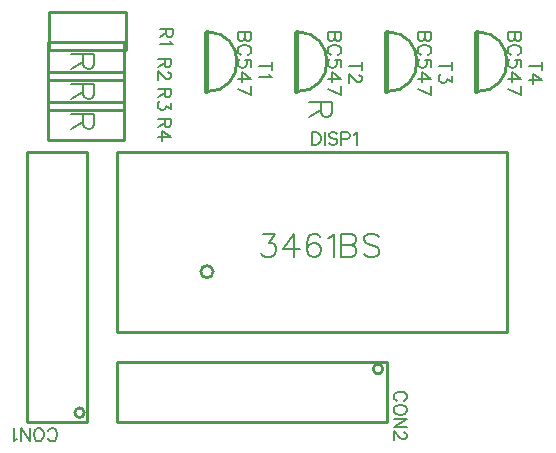
<source format=gto>
G04 Layer: TopSilkscreenLayer*
G04 EasyEDA v6.5.22, 2022-12-21 06:26:03*
G04 44fb20df35f846389fc18a84798fcb8b,a0dd7df4febf45e98c33e1d5b3abf522,10*
G04 Gerber Generator version 0.2*
G04 Scale: 100 percent, Rotated: No, Reflected: No *
G04 Dimensions in millimeters *
G04 leading zeros omitted , absolute positions ,4 integer and 5 decimal *
%FSLAX45Y45*%
%MOMM*%

%ADD10C,0.1524*%
%ADD11C,0.2032*%
%ADD12C,0.2540*%

%LPD*%
D10*
X689957Y86781D02*
G01*
X695291Y76367D01*
X705705Y65953D01*
X715865Y60873D01*
X736693Y60873D01*
X747107Y65953D01*
X757521Y76367D01*
X762855Y86781D01*
X767935Y102529D01*
X767935Y128437D01*
X762855Y143931D01*
X757521Y154345D01*
X747107Y164759D01*
X736693Y169839D01*
X715865Y169839D01*
X705705Y164759D01*
X695291Y154345D01*
X689957Y143931D01*
X624425Y60873D02*
G01*
X634839Y65953D01*
X645253Y76367D01*
X650587Y86781D01*
X655667Y102529D01*
X655667Y128437D01*
X650587Y143931D01*
X645253Y154345D01*
X634839Y164759D01*
X624425Y169839D01*
X603851Y169839D01*
X593437Y164759D01*
X583023Y154345D01*
X577689Y143931D01*
X572609Y128437D01*
X572609Y102529D01*
X577689Y86781D01*
X583023Y76367D01*
X593437Y65953D01*
X603851Y60873D01*
X624425Y60873D01*
X538319Y60873D02*
G01*
X538319Y169839D01*
X538319Y60873D02*
G01*
X465675Y169839D01*
X465675Y60873D02*
G01*
X465675Y169839D01*
X431385Y81701D02*
G01*
X420971Y76367D01*
X405223Y60873D01*
X405223Y169839D01*
X3702141Y403011D02*
G01*
X3712555Y408345D01*
X3722969Y418759D01*
X3728049Y428919D01*
X3728049Y449747D01*
X3722969Y460161D01*
X3712555Y470575D01*
X3702141Y475909D01*
X3686393Y480989D01*
X3660485Y480989D01*
X3644991Y475909D01*
X3634577Y470575D01*
X3624163Y460161D01*
X3619083Y449747D01*
X3619083Y428919D01*
X3624163Y418759D01*
X3634577Y408345D01*
X3644991Y403011D01*
X3728049Y337479D02*
G01*
X3722969Y347893D01*
X3712555Y358307D01*
X3702141Y363641D01*
X3686393Y368721D01*
X3660485Y368721D01*
X3644991Y363641D01*
X3634577Y358307D01*
X3624163Y347893D01*
X3619083Y337479D01*
X3619083Y316905D01*
X3624163Y306491D01*
X3634577Y296077D01*
X3644991Y290743D01*
X3660485Y285663D01*
X3686393Y285663D01*
X3702141Y290743D01*
X3712555Y296077D01*
X3722969Y306491D01*
X3728049Y316905D01*
X3728049Y337479D01*
X3728049Y251373D02*
G01*
X3619083Y251373D01*
X3728049Y251373D02*
G01*
X3619083Y178729D01*
X3728049Y178729D02*
G01*
X3619083Y178729D01*
X3702141Y139105D02*
G01*
X3707221Y139105D01*
X3717635Y134025D01*
X3722969Y128691D01*
X3728049Y118277D01*
X3728049Y97449D01*
X3722969Y87289D01*
X3717635Y81955D01*
X3707221Y76875D01*
X3696807Y76875D01*
X3686393Y81955D01*
X3670899Y92369D01*
X3619083Y144439D01*
X3619083Y71541D01*
X2926933Y2679103D02*
G01*
X2926933Y2570137D01*
X2926933Y2679103D02*
G01*
X2963255Y2679103D01*
X2979003Y2674023D01*
X2989163Y2663609D01*
X2994497Y2653195D01*
X2999577Y2637447D01*
X2999577Y2611539D01*
X2994497Y2596045D01*
X2989163Y2585631D01*
X2979003Y2575217D01*
X2963255Y2570137D01*
X2926933Y2570137D01*
X3033867Y2679103D02*
G01*
X3033867Y2570137D01*
X3141055Y2663609D02*
G01*
X3130641Y2674023D01*
X3114893Y2679103D01*
X3094319Y2679103D01*
X3078571Y2674023D01*
X3068157Y2663609D01*
X3068157Y2653195D01*
X3073491Y2642781D01*
X3078571Y2637447D01*
X3088985Y2632367D01*
X3120227Y2621953D01*
X3130641Y2616873D01*
X3135721Y2611539D01*
X3141055Y2601125D01*
X3141055Y2585631D01*
X3130641Y2575217D01*
X3114893Y2570137D01*
X3094319Y2570137D01*
X3078571Y2575217D01*
X3068157Y2585631D01*
X3175345Y2679103D02*
G01*
X3175345Y2570137D01*
X3175345Y2679103D02*
G01*
X3222081Y2679103D01*
X3237575Y2674023D01*
X3242909Y2668689D01*
X3247989Y2658275D01*
X3247989Y2642781D01*
X3242909Y2632367D01*
X3237575Y2627287D01*
X3222081Y2621953D01*
X3175345Y2621953D01*
X3282279Y2658275D02*
G01*
X3292693Y2663609D01*
X3308187Y2679103D01*
X3308187Y2570137D01*
D11*
X2513675Y1816265D02*
G01*
X2615275Y1816265D01*
X2559903Y1742351D01*
X2587589Y1742351D01*
X2605877Y1733207D01*
X2615275Y1724063D01*
X2624419Y1696377D01*
X2624419Y1677835D01*
X2615275Y1650149D01*
X2596733Y1631607D01*
X2569047Y1622463D01*
X2541361Y1622463D01*
X2513675Y1631607D01*
X2504277Y1640751D01*
X2495133Y1659293D01*
X2777835Y1816265D02*
G01*
X2685379Y1686979D01*
X2824063Y1686979D01*
X2777835Y1816265D02*
G01*
X2777835Y1622463D01*
X2995767Y1788579D02*
G01*
X2986623Y1807121D01*
X2958683Y1816265D01*
X2940395Y1816265D01*
X2912709Y1807121D01*
X2894167Y1779435D01*
X2885023Y1733207D01*
X2885023Y1686979D01*
X2894167Y1650149D01*
X2912709Y1631607D01*
X2940395Y1622463D01*
X2949539Y1622463D01*
X2977225Y1631607D01*
X2995767Y1650149D01*
X3004911Y1677835D01*
X3004911Y1686979D01*
X2995767Y1714665D01*
X2977225Y1733207D01*
X2949539Y1742351D01*
X2940395Y1742351D01*
X2912709Y1733207D01*
X2894167Y1714665D01*
X2885023Y1686979D01*
X3065871Y1779435D02*
G01*
X3084413Y1788579D01*
X3112099Y1816265D01*
X3112099Y1622463D01*
X3173059Y1816265D02*
G01*
X3173059Y1622463D01*
X3173059Y1816265D02*
G01*
X3256117Y1816265D01*
X3283803Y1807121D01*
X3293201Y1797977D01*
X3302345Y1779435D01*
X3302345Y1760893D01*
X3293201Y1742351D01*
X3283803Y1733207D01*
X3256117Y1724063D01*
X3173059Y1724063D02*
G01*
X3256117Y1724063D01*
X3283803Y1714665D01*
X3293201Y1705521D01*
X3302345Y1686979D01*
X3302345Y1659293D01*
X3293201Y1640751D01*
X3283803Y1631607D01*
X3256117Y1622463D01*
X3173059Y1622463D01*
X3492591Y1788579D02*
G01*
X3474303Y1807121D01*
X3446363Y1816265D01*
X3409533Y1816265D01*
X3381847Y1807121D01*
X3363305Y1788579D01*
X3363305Y1770037D01*
X3372703Y1751749D01*
X3381847Y1742351D01*
X3400389Y1733207D01*
X3455761Y1714665D01*
X3474303Y1705521D01*
X3483447Y1696377D01*
X3492591Y1677835D01*
X3492591Y1650149D01*
X3474303Y1631607D01*
X3446363Y1622463D01*
X3409533Y1622463D01*
X3381847Y1631607D01*
X3363305Y1650149D01*
D10*
X1746849Y3554384D02*
G01*
X1637883Y3554384D01*
X1746849Y3554384D02*
G01*
X1746849Y3507648D01*
X1741769Y3492154D01*
X1736435Y3486820D01*
X1726021Y3481740D01*
X1715607Y3481740D01*
X1705193Y3486820D01*
X1700113Y3492154D01*
X1695033Y3507648D01*
X1695033Y3554384D01*
X1695033Y3518062D02*
G01*
X1637883Y3481740D01*
X1726021Y3447450D02*
G01*
X1731355Y3437036D01*
X1746849Y3421288D01*
X1637883Y3421288D01*
D11*
X3094949Y2932087D02*
G01*
X2900893Y2932087D01*
X3094949Y2932087D02*
G01*
X3094949Y2849029D01*
X3085551Y2821343D01*
X3076407Y2811945D01*
X3057865Y2802801D01*
X3039577Y2802801D01*
X3021035Y2811945D01*
X3011637Y2821343D01*
X3002493Y2849029D01*
X3002493Y2932087D01*
X3002493Y2867317D02*
G01*
X2900893Y2802801D01*
D10*
X1730849Y3300384D02*
G01*
X1621883Y3300384D01*
X1730849Y3300384D02*
G01*
X1730849Y3253648D01*
X1725769Y3238154D01*
X1720435Y3232820D01*
X1710021Y3227740D01*
X1699607Y3227740D01*
X1689193Y3232820D01*
X1684113Y3238154D01*
X1679033Y3253648D01*
X1679033Y3300384D01*
X1679033Y3264062D02*
G01*
X1621883Y3227740D01*
X1704941Y3188116D02*
G01*
X1710021Y3188116D01*
X1720435Y3183036D01*
X1725769Y3177702D01*
X1730849Y3167288D01*
X1730849Y3146714D01*
X1725769Y3136300D01*
X1720435Y3130966D01*
X1710021Y3125886D01*
X1699607Y3125886D01*
X1689193Y3130966D01*
X1673699Y3141380D01*
X1621883Y3193450D01*
X1621883Y3120552D01*
D11*
X1084038Y3338484D02*
G01*
X889982Y3338484D01*
X1084038Y3338484D02*
G01*
X1084038Y3255426D01*
X1074640Y3227740D01*
X1065496Y3218342D01*
X1046954Y3209198D01*
X1028666Y3209198D01*
X1010124Y3218342D01*
X1000726Y3227740D01*
X991582Y3255426D01*
X991582Y3338484D01*
X991582Y3273714D02*
G01*
X889982Y3209198D01*
D10*
X1730849Y3046384D02*
G01*
X1621883Y3046384D01*
X1730849Y3046384D02*
G01*
X1730849Y2999648D01*
X1725769Y2984154D01*
X1720435Y2978820D01*
X1710021Y2973740D01*
X1699607Y2973740D01*
X1689193Y2978820D01*
X1684113Y2984154D01*
X1679033Y2999648D01*
X1679033Y3046384D01*
X1679033Y3010062D02*
G01*
X1621883Y2973740D01*
X1730849Y2929036D02*
G01*
X1730849Y2871886D01*
X1689193Y2902874D01*
X1689193Y2887380D01*
X1684113Y2876966D01*
X1679033Y2871886D01*
X1663285Y2866552D01*
X1652871Y2866552D01*
X1637377Y2871886D01*
X1626963Y2882300D01*
X1621883Y2897794D01*
X1621883Y2913288D01*
X1626963Y2929036D01*
X1632043Y2934116D01*
X1642457Y2939450D01*
D11*
X1084038Y3084484D02*
G01*
X889982Y3084484D01*
X1084038Y3084484D02*
G01*
X1084038Y3001426D01*
X1074640Y2973740D01*
X1065496Y2964342D01*
X1046954Y2955198D01*
X1028666Y2955198D01*
X1010124Y2964342D01*
X1000726Y2973740D01*
X991582Y3001426D01*
X991582Y3084484D01*
X991582Y3019714D02*
G01*
X889982Y2955198D01*
D10*
X1730849Y2792384D02*
G01*
X1621883Y2792384D01*
X1730849Y2792384D02*
G01*
X1730849Y2745648D01*
X1725769Y2730154D01*
X1720435Y2724820D01*
X1710021Y2719740D01*
X1699607Y2719740D01*
X1689193Y2724820D01*
X1684113Y2730154D01*
X1679033Y2745648D01*
X1679033Y2792384D01*
X1679033Y2756062D02*
G01*
X1621883Y2719740D01*
X1730849Y2633380D02*
G01*
X1658205Y2685450D01*
X1658205Y2607472D01*
X1730849Y2633380D02*
G01*
X1621883Y2633380D01*
D11*
X1084038Y2830484D02*
G01*
X889982Y2830484D01*
X1084038Y2830484D02*
G01*
X1084038Y2747426D01*
X1074640Y2719740D01*
X1065496Y2710342D01*
X1046954Y2701198D01*
X1028666Y2701198D01*
X1010124Y2710342D01*
X1000726Y2719740D01*
X991582Y2747426D01*
X991582Y2830484D01*
X991582Y2765714D02*
G01*
X889982Y2701198D01*
D10*
X2585049Y3238662D02*
G01*
X2476083Y3238662D01*
X2585049Y3274984D02*
G01*
X2585049Y3202340D01*
X2564221Y3168050D02*
G01*
X2569555Y3157636D01*
X2585049Y3141888D01*
X2476083Y3141888D01*
D11*
X2413091Y3528984D02*
G01*
X2298537Y3528984D01*
X2413091Y3528984D02*
G01*
X2413091Y3479962D01*
X2407503Y3463452D01*
X2402169Y3458118D01*
X2391247Y3452530D01*
X2380325Y3452530D01*
X2369403Y3458118D01*
X2363815Y3463452D01*
X2358481Y3479962D01*
X2358481Y3528984D02*
G01*
X2358481Y3479962D01*
X2353147Y3463452D01*
X2347559Y3458118D01*
X2336637Y3452530D01*
X2320381Y3452530D01*
X2309459Y3458118D01*
X2303871Y3463452D01*
X2298537Y3479962D01*
X2298537Y3528984D01*
X2385659Y3334928D02*
G01*
X2396581Y3340262D01*
X2407503Y3351184D01*
X2413091Y3362106D01*
X2413091Y3383950D01*
X2407503Y3394872D01*
X2396581Y3405794D01*
X2385659Y3411128D01*
X2369403Y3416716D01*
X2342225Y3416716D01*
X2325715Y3411128D01*
X2314793Y3405794D01*
X2303871Y3394872D01*
X2298537Y3383950D01*
X2298537Y3362106D01*
X2303871Y3351184D01*
X2314793Y3340262D01*
X2325715Y3334928D01*
X2413091Y3233328D02*
G01*
X2413091Y3287938D01*
X2363815Y3293272D01*
X2369403Y3287938D01*
X2374737Y3271428D01*
X2374737Y3255172D01*
X2369403Y3238916D01*
X2358481Y3227994D01*
X2342225Y3222406D01*
X2331303Y3222406D01*
X2314793Y3227994D01*
X2303871Y3238916D01*
X2298537Y3255172D01*
X2298537Y3271428D01*
X2303871Y3287938D01*
X2309459Y3293272D01*
X2320381Y3298860D01*
X2413091Y3131982D02*
G01*
X2336637Y3186338D01*
X2336637Y3104550D01*
X2413091Y3131982D02*
G01*
X2298537Y3131982D01*
X2413091Y2992282D02*
G01*
X2298537Y3046892D01*
X2413091Y3068736D02*
G01*
X2413091Y2992282D01*
D10*
X3347046Y3238662D02*
G01*
X3238080Y3238662D01*
X3347046Y3274984D02*
G01*
X3347046Y3202340D01*
X3321138Y3162716D02*
G01*
X3326218Y3162716D01*
X3336632Y3157636D01*
X3341966Y3152302D01*
X3347046Y3141888D01*
X3347046Y3121314D01*
X3341966Y3110900D01*
X3336632Y3105566D01*
X3326218Y3100486D01*
X3315804Y3100486D01*
X3305390Y3105566D01*
X3289896Y3115980D01*
X3238080Y3168050D01*
X3238080Y3095152D01*
D11*
X3175088Y3528984D02*
G01*
X3060534Y3528984D01*
X3175088Y3528984D02*
G01*
X3175088Y3479962D01*
X3169500Y3463452D01*
X3164166Y3458118D01*
X3153244Y3452530D01*
X3142322Y3452530D01*
X3131400Y3458118D01*
X3125812Y3463452D01*
X3120478Y3479962D01*
X3120478Y3528984D02*
G01*
X3120478Y3479962D01*
X3115144Y3463452D01*
X3109556Y3458118D01*
X3098634Y3452530D01*
X3082378Y3452530D01*
X3071456Y3458118D01*
X3065868Y3463452D01*
X3060534Y3479962D01*
X3060534Y3528984D01*
X3147656Y3334928D02*
G01*
X3158578Y3340262D01*
X3169500Y3351184D01*
X3175088Y3362106D01*
X3175088Y3383950D01*
X3169500Y3394872D01*
X3158578Y3405794D01*
X3147656Y3411128D01*
X3131400Y3416716D01*
X3104222Y3416716D01*
X3087712Y3411128D01*
X3076790Y3405794D01*
X3065868Y3394872D01*
X3060534Y3383950D01*
X3060534Y3362106D01*
X3065868Y3351184D01*
X3076790Y3340262D01*
X3087712Y3334928D01*
X3175088Y3233328D02*
G01*
X3175088Y3287938D01*
X3125812Y3293272D01*
X3131400Y3287938D01*
X3136734Y3271428D01*
X3136734Y3255172D01*
X3131400Y3238916D01*
X3120478Y3227994D01*
X3104222Y3222406D01*
X3093300Y3222406D01*
X3076790Y3227994D01*
X3065868Y3238916D01*
X3060534Y3255172D01*
X3060534Y3271428D01*
X3065868Y3287938D01*
X3071456Y3293272D01*
X3082378Y3298860D01*
X3175088Y3131982D02*
G01*
X3098634Y3186338D01*
X3098634Y3104550D01*
X3175088Y3131982D02*
G01*
X3060534Y3131982D01*
X3175088Y2992282D02*
G01*
X3060534Y3046892D01*
X3175088Y3068736D02*
G01*
X3175088Y2992282D01*
D10*
X4109046Y3238662D02*
G01*
X4000080Y3238662D01*
X4109046Y3274984D02*
G01*
X4109046Y3202340D01*
X4109046Y3157636D02*
G01*
X4109046Y3100486D01*
X4067390Y3131474D01*
X4067390Y3115980D01*
X4062310Y3105566D01*
X4057230Y3100486D01*
X4041482Y3095152D01*
X4031068Y3095152D01*
X4015574Y3100486D01*
X4005160Y3110900D01*
X4000080Y3126394D01*
X4000080Y3141888D01*
X4005160Y3157636D01*
X4010240Y3162716D01*
X4020654Y3168050D01*
D11*
X3937088Y3528984D02*
G01*
X3822534Y3528984D01*
X3937088Y3528984D02*
G01*
X3937088Y3479962D01*
X3931500Y3463452D01*
X3926166Y3458118D01*
X3915244Y3452530D01*
X3904322Y3452530D01*
X3893400Y3458118D01*
X3887812Y3463452D01*
X3882478Y3479962D01*
X3882478Y3528984D02*
G01*
X3882478Y3479962D01*
X3877144Y3463452D01*
X3871556Y3458118D01*
X3860634Y3452530D01*
X3844378Y3452530D01*
X3833456Y3458118D01*
X3827868Y3463452D01*
X3822534Y3479962D01*
X3822534Y3528984D01*
X3909656Y3334928D02*
G01*
X3920578Y3340262D01*
X3931500Y3351184D01*
X3937088Y3362106D01*
X3937088Y3383950D01*
X3931500Y3394872D01*
X3920578Y3405794D01*
X3909656Y3411128D01*
X3893400Y3416716D01*
X3866222Y3416716D01*
X3849712Y3411128D01*
X3838790Y3405794D01*
X3827868Y3394872D01*
X3822534Y3383950D01*
X3822534Y3362106D01*
X3827868Y3351184D01*
X3838790Y3340262D01*
X3849712Y3334928D01*
X3937088Y3233328D02*
G01*
X3937088Y3287938D01*
X3887812Y3293272D01*
X3893400Y3287938D01*
X3898734Y3271428D01*
X3898734Y3255172D01*
X3893400Y3238916D01*
X3882478Y3227994D01*
X3866222Y3222406D01*
X3855300Y3222406D01*
X3838790Y3227994D01*
X3827868Y3238916D01*
X3822534Y3255172D01*
X3822534Y3271428D01*
X3827868Y3287938D01*
X3833456Y3293272D01*
X3844378Y3298860D01*
X3937088Y3131982D02*
G01*
X3860634Y3186338D01*
X3860634Y3104550D01*
X3937088Y3131982D02*
G01*
X3822534Y3131982D01*
X3937088Y2992282D02*
G01*
X3822534Y3046892D01*
X3937088Y3068736D02*
G01*
X3937088Y2992282D01*
D10*
X4871044Y3238662D02*
G01*
X4762078Y3238662D01*
X4871044Y3274984D02*
G01*
X4871044Y3202340D01*
X4871044Y3115980D02*
G01*
X4798400Y3168050D01*
X4798400Y3090072D01*
X4871044Y3115980D02*
G01*
X4762078Y3115980D01*
D11*
X4699086Y3528984D02*
G01*
X4584532Y3528984D01*
X4699086Y3528984D02*
G01*
X4699086Y3479962D01*
X4693498Y3463452D01*
X4688164Y3458118D01*
X4677242Y3452530D01*
X4666320Y3452530D01*
X4655398Y3458118D01*
X4649810Y3463452D01*
X4644476Y3479962D01*
X4644476Y3528984D02*
G01*
X4644476Y3479962D01*
X4639142Y3463452D01*
X4633554Y3458118D01*
X4622632Y3452530D01*
X4606376Y3452530D01*
X4595454Y3458118D01*
X4589866Y3463452D01*
X4584532Y3479962D01*
X4584532Y3528984D01*
X4671654Y3334928D02*
G01*
X4682576Y3340262D01*
X4693498Y3351184D01*
X4699086Y3362106D01*
X4699086Y3383950D01*
X4693498Y3394872D01*
X4682576Y3405794D01*
X4671654Y3411128D01*
X4655398Y3416716D01*
X4628220Y3416716D01*
X4611710Y3411128D01*
X4600788Y3405794D01*
X4589866Y3394872D01*
X4584532Y3383950D01*
X4584532Y3362106D01*
X4589866Y3351184D01*
X4600788Y3340262D01*
X4611710Y3334928D01*
X4699086Y3233328D02*
G01*
X4699086Y3287938D01*
X4649810Y3293272D01*
X4655398Y3287938D01*
X4660732Y3271428D01*
X4660732Y3255172D01*
X4655398Y3238916D01*
X4644476Y3227994D01*
X4628220Y3222406D01*
X4617298Y3222406D01*
X4600788Y3227994D01*
X4589866Y3238916D01*
X4584532Y3255172D01*
X4584532Y3271428D01*
X4589866Y3287938D01*
X4595454Y3293272D01*
X4606376Y3298860D01*
X4699086Y3131982D02*
G01*
X4622632Y3186338D01*
X4622632Y3104550D01*
X4699086Y3131982D02*
G01*
X4584532Y3131982D01*
X4699086Y2992282D02*
G01*
X4584532Y3046892D01*
X4699086Y3068736D02*
G01*
X4699086Y2992282D01*
D12*
X1021935Y226989D02*
G01*
X513935Y226989D01*
X513935Y2512989D01*
X1021935Y2512989D01*
X1021935Y226989D01*
X3561933Y734989D02*
G01*
X3561933Y226989D01*
X1275933Y226989D01*
X1275933Y734989D01*
X3561933Y734989D01*
X1275933Y2512987D02*
G01*
X4577933Y2512987D01*
X4577933Y988987D01*
X1275933Y988987D01*
X1275933Y2512987D01*
X1352133Y3694084D02*
G01*
X1352133Y3376584D01*
X704433Y3376584D01*
X704433Y3694084D01*
X1352133Y3694084D01*
X1336133Y3440084D02*
G01*
X1336133Y3122584D01*
X688433Y3122584D01*
X688433Y3440084D01*
X1336133Y3440084D01*
X1336133Y3186084D02*
G01*
X1336133Y2868584D01*
X688433Y2868584D01*
X688433Y3186084D01*
X1336133Y3186084D01*
X1336133Y2932084D02*
G01*
X1336133Y2614584D01*
X688433Y2614584D01*
X688433Y2932084D01*
X1336133Y2932084D01*
X2037933Y3528984D02*
G01*
X2037933Y3020984D01*
X2025233Y3020984D01*
X2025233Y3528984D01*
X2037933Y3528984D01*
X2799930Y3528984D02*
G01*
X2799930Y3020984D01*
X2787230Y3020984D01*
X2787230Y3528984D01*
X2799930Y3528984D01*
X3561930Y3528984D02*
G01*
X3561930Y3020984D01*
X3549230Y3020984D01*
X3549230Y3528984D01*
X3561930Y3528984D01*
X4323928Y3528984D02*
G01*
X4323928Y3020984D01*
X4311228Y3020984D01*
X4311228Y3528984D01*
X4323928Y3528984D01*
G75*
G01*
X2037933Y3020985D02*
G03*
X2037933Y3528985I0J254000D01*
G75*
G01*
X2799931Y3020985D02*
G03*
X2799931Y3528985I0J254000D01*
G75*
G01*
X3561931Y3020985D02*
G03*
X3561931Y3528985I0J254000D01*
G75*
G01*
X4323928Y3020985D02*
G03*
X4323928Y3528985I0J254000D01*
G75*
G01
X998593Y303190D02*
G03X998593Y303190I-40157J0D01*
G75*
G01
X3525891Y671490D02*
G03X3525891Y671490I-40157J0D01*
G75*
G01
X2090308Y1496987D02*
G03X2090308Y1496987I-52375J0D01*
M02*

</source>
